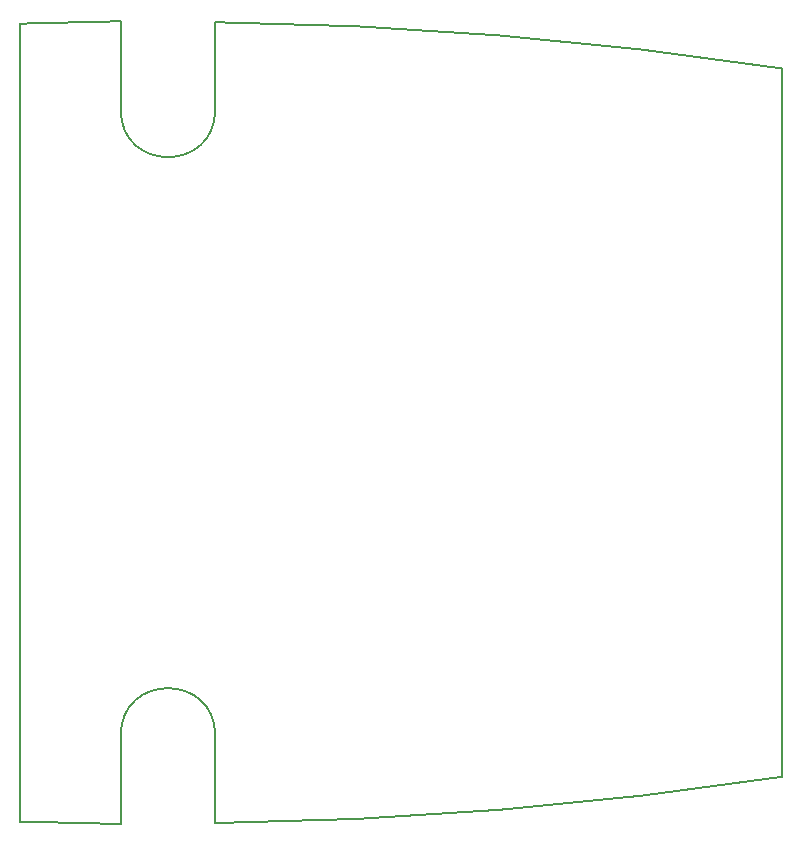
<source format=gm1>
G04 #@! TF.GenerationSoftware,KiCad,Pcbnew,5.0.2+dfsg1-1*
G04 #@! TF.CreationDate,2019-05-10T18:20:53+02:00*
G04 #@! TF.ProjectId,bt-trx-dev-board,62742d74-7278-42d6-9465-762d626f6172,2.0*
G04 #@! TF.SameCoordinates,Original*
G04 #@! TF.FileFunction,Profile,NP*
%FSLAX46Y46*%
G04 Gerber Fmt 4.6, Leading zero omitted, Abs format (unit mm)*
G04 Created by KiCad (PCBNEW 5.0.2+dfsg1-1) date Fri 10 May 2019 06:20:53 PM CEST*
%MOMM*%
%LPD*%
G01*
G04 APERTURE LIST*
%ADD10C,0.150000*%
%ADD11C,0.200000*%
G04 APERTURE END LIST*
D10*
X128250000Y-72034046D02*
X128250000Y-64534046D01*
X119749543Y-64737383D02*
G75*
G02X128250000Y-64534046I12500457J-344796663D01*
G01*
X136249059Y-64615204D02*
G75*
G02X184250000Y-68534046I-3999059J-344918842D01*
G01*
X136250000Y-72034046D02*
X136250000Y-64620000D01*
X128250000Y-72034046D02*
G75*
G03X136250000Y-72034046I4000000J0D01*
G01*
X136249059Y-132418842D02*
G75*
G03X184250000Y-128500000I-3999059J344918842D01*
G01*
X128250000Y-125000000D02*
X128250000Y-132500000D01*
X136250000Y-125000000D02*
X136250000Y-132420000D01*
X128250000Y-125000000D02*
G75*
G02X136250000Y-125000000I4000000J0D01*
G01*
X119748310Y-132296618D02*
G75*
G03X128250000Y-132500000I12501690J344796618D01*
G01*
D11*
X184250000Y-128500000D02*
X184250000Y-68500000D01*
X119750000Y-64750000D02*
X119748310Y-132296618D01*
M02*

</source>
